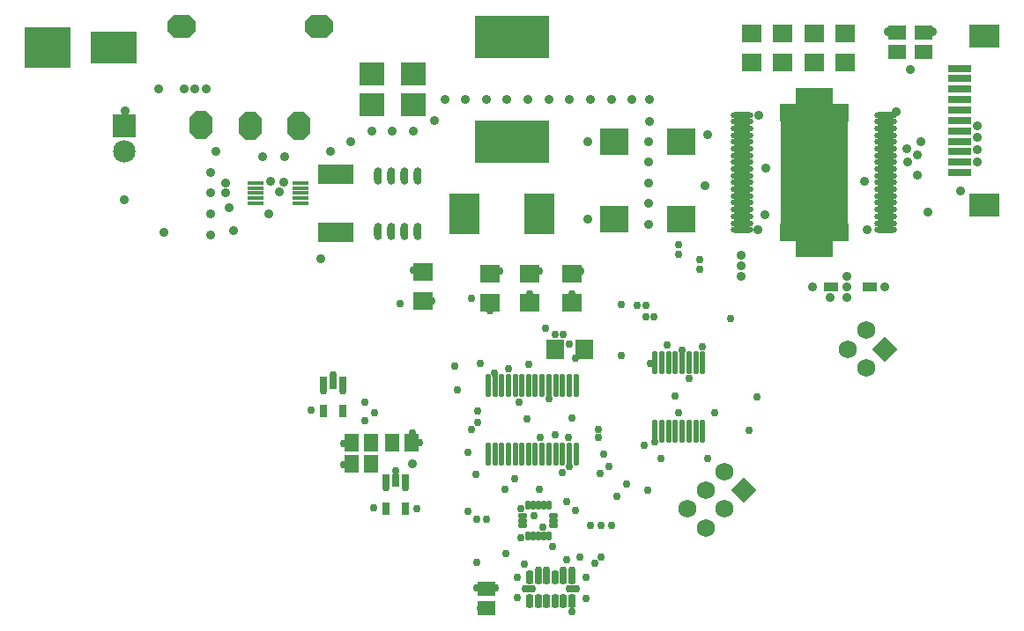
<source format=gts>
%FSTAX23Y23*%
%MOIN*%
%SFA1B1*%

%IPPOS*%
%AMD77*
4,1,8,0.003000,0.017500,-0.003000,0.017500,-0.009000,0.011500,-0.009000,-0.011500,-0.003000,-0.017500,0.003000,-0.017500,0.009000,-0.011500,0.009000,0.011500,0.003000,0.017500,0.0*
1,1,0.012000,0.003000,0.011500*
1,1,0.012000,-0.003000,0.011500*
1,1,0.012000,-0.003000,-0.011500*
1,1,0.012000,0.003000,-0.011500*
%
%AMD78*
4,1,8,-0.017500,0.003000,-0.017500,-0.003000,-0.011500,-0.009000,0.011500,-0.009000,0.017500,-0.003000,0.017500,0.003000,0.011500,0.009000,-0.011500,0.009000,-0.017500,0.003000,0.0*
1,1,0.012000,-0.011500,0.003000*
1,1,0.012000,-0.011500,-0.003000*
1,1,0.012000,0.011500,-0.003000*
1,1,0.012000,0.011500,0.003000*
%
%AMD79*
4,1,8,0.017500,0.014000,-0.017500,0.014000,-0.025500,0.006000,-0.025500,-0.006000,-0.017500,-0.014000,0.017500,-0.014000,0.025500,-0.006000,0.025500,0.006000,0.017500,0.014000,0.0*
1,1,0.016000,0.017500,0.006000*
1,1,0.016000,-0.017500,0.006000*
1,1,0.016000,-0.017500,-0.006000*
1,1,0.016000,0.017500,-0.006000*
%
%AMD80*
4,1,8,0.014000,-0.017500,0.014000,0.017500,0.006000,0.025500,-0.006000,0.025500,-0.014000,0.017500,-0.014000,-0.017500,-0.006000,-0.025500,0.006000,-0.025500,0.014000,-0.017500,0.0*
1,1,0.016000,0.006000,-0.017500*
1,1,0.016000,0.006000,0.017500*
1,1,0.016000,-0.006000,0.017500*
1,1,0.016000,-0.006000,-0.017500*
%
%AMD90*
4,1,8,0.042500,-0.030700,0.042500,0.030700,0.021200,0.052000,-0.021200,0.052000,-0.042500,0.030700,-0.042500,-0.030700,-0.021200,-0.052000,0.021200,-0.052000,0.042500,-0.030700,0.0*
%
%AMD91*
4,1,8,0.030700,0.042500,-0.030700,0.042500,-0.052000,0.021200,-0.052000,-0.021200,-0.030700,-0.042500,0.030700,-0.042500,0.052000,-0.021200,0.052000,0.021200,0.030700,0.042500,0.0*
%
%AMD95*
4,1,4,0.048400,0.000000,0.000000,0.048400,-0.048400,0.000000,0.000000,-0.048400,0.048400,0.000000,0.0*
%
%ADD52C,0.030000*%
%ADD61R,0.065000X0.065000*%
%ADD62R,0.140000X0.128000*%
%ADD63R,0.258000X0.400000*%
%ADD64O,0.085000X0.024000*%
%ADD65R,0.093000X0.085000*%
%ADD66R,0.173000X0.124000*%
%ADD67R,0.173000X0.156000*%
%ADD68R,0.057000X0.065000*%
%ADD69R,0.132000X0.077000*%
%ADD70R,0.077000X0.069000*%
%ADD71R,0.065000X0.057000*%
%ADD72R,0.116000X0.156000*%
%ADD73O,0.022000X0.091000*%
%ADD74O,0.022000X0.091000*%
%ADD75R,0.069000X0.077000*%
%ADD76R,0.030000X0.047000*%
G04~CAMADD=77~8~0.0~0.0~180.0~350.0~60.0~0.0~15~0.0~0.0~0.0~0.0~0~0.0~0.0~0.0~0.0~0~0.0~0.0~0.0~0.0~180.0~350.0*
%ADD77D77*%
G04~CAMADD=78~8~0.0~0.0~180.0~350.0~60.0~0.0~15~0.0~0.0~0.0~0.0~0~0.0~0.0~0.0~0.0~0~0.0~0.0~0.0~90.0~350.0~180.0*
%ADD78D78*%
G04~CAMADD=79~8~0.0~0.0~510.0~280.0~80.0~0.0~15~0.0~0.0~0.0~0.0~0~0.0~0.0~0.0~0.0~0~0.0~0.0~0.0~0.0~510.0~280.0*
%ADD79D79*%
G04~CAMADD=80~8~0.0~0.0~510.0~280.0~80.0~0.0~15~0.0~0.0~0.0~0.0~0~0.0~0.0~0.0~0.0~0~0.0~0.0~0.0~270.0~280.0~510.0*
%ADD80D80*%
%ADD81R,0.281000X0.163000*%
%ADD82R,0.061000X0.017000*%
%ADD83R,0.053000X0.033000*%
%ADD84R,0.108000X0.100000*%
%ADD85O,0.030000X0.065000*%
%ADD86R,0.116000X0.089000*%
%ADD87R,0.085000X0.030000*%
%ADD88R,0.085000X0.085000*%
%ADD89C,0.085000*%
G04~CAMADD=90~4~0.0~0.0~1040.0~850.0~0.0~212.5~0~0.0~0.0~0.0~0.0~0~0.0~0.0~0.0~0.0~0~0.0~0.0~0.0~270.0~850.0~1040.0*
%ADD90D90*%
G04~CAMADD=91~4~0.0~0.0~1040.0~850.0~0.0~212.5~0~0.0~0.0~0.0~0.0~0~0.0~0.0~0.0~0.0~0~0.0~0.0~0.0~0.0~1040.0~850.0*
%ADD91D91*%
%ADD92C,0.045000*%
%ADD93C,0.006000*%
%ADD94C,0.069000*%
G04~CAMADD=95~10~0.0~685.9~0.0~0.0~0.0~0.0~0~0.0~0.0~0.0~0.0~0~0.0~0.0~0.0~0.0~0~0.0~0.0~0.0~315.0~685.9~0.0*
%ADD95D95*%
%ADD96C,0.035000*%
%LNpendulum-1*%
%LPD*%
G54D52*
X02346Y01142D03*
X02319Y01177D03*
X0311Y01472D03*
X02272Y01669D03*
X02937Y01461D03*
X02921Y01705D03*
X02764D03*
X02614Y01642D03*
X02394Y01677D03*
X02323Y01795D03*
X02543Y01689D03*
X0248Y01433D03*
X02957Y01791D03*
X02799D03*
X0265D03*
X02059Y01059D03*
Y01138D03*
X02559Y0102D03*
X02335Y0089D03*
X0202Y01398D03*
X02256Y01035D03*
X02173Y00894D03*
X02291Y00972D03*
X0222D03*
X02055Y01339D03*
X01984D03*
X01937Y01264D03*
X02138Y01295D03*
X02177Y01256D03*
X02138Y01224D03*
X02669Y00965D03*
X02598Y0085D03*
X02728Y0089D03*
Y0078D03*
X02673Y0072D03*
X0278Y00866D03*
X03594Y01189D03*
X03209Y00961D03*
X03091Y00937D03*
X03071Y00827D03*
X03031D03*
Y00709D03*
X03008Y00685D03*
X02992Y00827D03*
X02953Y00709D03*
X02563Y0085D03*
X02543Y01193D03*
X03236Y01146D03*
X02528Y01106D03*
X03406Y01799D03*
Y01835D03*
X03327Y01854D03*
Y0189D03*
X03524Y0161D03*
X03232Y01618D03*
X03201D03*
Y01661D03*
X02913Y01516D03*
X0289Y01551D03*
X02858D03*
X02823Y01575D03*
X03169Y01661D03*
X0311Y01665D03*
X02724Y01295D03*
X02681Y01421D03*
X0276Y01437D03*
X02488Y01343D03*
X02795Y00657D03*
X02827D03*
X02921D03*
X0289D03*
X03024Y01193D03*
Y01161D03*
X02811Y00823D03*
X02858Y01173D03*
X02575Y01441D03*
X03622Y01315D03*
X03417Y01504D03*
X03366Y01386D03*
X03339Y01492D03*
X0322Y01441D03*
X03283Y01512D03*
X03311Y01319D03*
X03461Y01256D03*
X03325Y01254D03*
X03197Y0113D03*
X0326Y01083D03*
X03437D03*
X02705Y01004D03*
X02799Y00965D03*
X03043Y01098D03*
X02886Y01028D03*
X03028Y01024D03*
X02752Y01232D03*
X02909Y01161D03*
X02803D03*
X02913Y01051D03*
X0263Y01406D03*
X02835Y01307D03*
X02921Y01236D03*
X02567Y0126D03*
Y01217D03*
X0285Y00748D03*
X02563Y00689D03*
X02921Y005D03*
X02902Y00917D03*
X02937Y00886D03*
X02717Y00555D03*
Y0063D03*
X02976Y00551D03*
Y0063D03*
X02634Y00591D03*
X02563D03*
X0313Y00984D03*
X03063Y01051D03*
X02528Y00882D03*
X02744Y00681D03*
X02902Y00697D03*
X02575Y00516D03*
G54D61*
X03742Y01939D03*
X03935D03*
Y02392D03*
X03742D03*
G54D62*
X03839Y02423D03*
Y01907D03*
G54D63*
X03839Y02165D03*
G54D64*
X03567Y01948D03*
Y01973D03*
Y01999D03*
Y02076D03*
Y0205D03*
Y02025D03*
Y02178D03*
Y02204D03*
Y02229D03*
Y02153D03*
Y02127D03*
Y02101D03*
Y02332D03*
Y02357D03*
Y02383D03*
Y02306D03*
Y02281D03*
Y02255D03*
X0411D03*
Y02281D03*
Y02306D03*
Y02383D03*
Y02357D03*
Y02332D03*
Y02101D03*
Y02127D03*
Y02153D03*
Y02229D03*
Y02204D03*
Y02178D03*
Y02025D03*
Y0205D03*
Y02076D03*
Y01999D03*
Y01973D03*
Y01948D03*
G54D65*
X02165Y02421D03*
Y02539D03*
X02323D03*
Y02421D03*
G54D66*
X01188Y02638D03*
G54D67*
X00938Y02638D03*
G54D68*
X02089Y01142D03*
X02163D03*
Y01063D03*
X02089D03*
X02242Y01142D03*
X02317D03*
G54D69*
X02028Y01937D03*
Y02157D03*
G54D70*
X03602Y02693D03*
Y02583D03*
X0372Y02693D03*
Y02583D03*
X03839Y02693D03*
Y02583D03*
X03957Y02693D03*
Y02583D03*
X02358Y01677D03*
Y01787D03*
X02614Y01673D03*
Y01783D03*
X02764Y01673D03*
Y01783D03*
X02921Y01673D03*
Y01783D03*
G54D71*
X04154Y02695D03*
Y0262D03*
X04252Y02695D03*
Y0262D03*
X02598Y00589D03*
Y00514D03*
G54D72*
X02799Y02008D03*
X02516D03*
G54D73*
X03416Y01444D03*
X03391D03*
X03365D03*
X0334D03*
X03314D03*
X03288D03*
X03263D03*
X03237D03*
X03416Y01186D03*
X03391D03*
X03365D03*
X0334D03*
X03314D03*
X03288D03*
X03263D03*
X02861Y01357D03*
X02887D03*
X02912D03*
X02938D03*
X02861Y01099D03*
X02887D03*
X02912D03*
X02938D03*
X02836Y01357D03*
X0281D03*
X02784D03*
X02759D03*
X02733D03*
X02708D03*
X02682D03*
X02656D03*
X02631D03*
X02605D03*
X02836Y01099D03*
X0281D03*
X02784D03*
X02759D03*
X02733D03*
X02708D03*
X02682D03*
X02656D03*
X02631D03*
G54D74*
X03237Y01186D03*
X02605Y01099D03*
G54D75*
X02969Y01496D03*
X02858D03*
G54D76*
X02057Y01262D03*
X01982D03*
X02057Y01368D03*
X0202D03*
X01982D03*
X02293Y00892D03*
X02219D03*
X02293Y00998D03*
X02256D03*
X02219D03*
G54D77*
X02835Y00905D03*
X02815D03*
X02795D03*
X02776D03*
X02756D03*
Y00788D03*
X02776D03*
X02795D03*
X02815D03*
X02835D03*
G54D78*
X02853Y00846D03*
Y00866D03*
Y00827D03*
X02737D03*
Y00866D03*
Y00846D03*
G54D79*
X0276Y00587D03*
X02925D03*
G54D80*
X02921Y00543D03*
X0289D03*
X02858D03*
X02827D03*
X02795D03*
X02764D03*
Y0063D03*
X02795D03*
X02827D03*
X02858D03*
X0289D03*
X02921D03*
G54D81*
X02697Y02283D03*
Y02677D03*
G54D82*
X01727Y02126D03*
Y02106D03*
Y02087D03*
Y02047D03*
Y02067D03*
X01895D03*
Y02047D03*
Y02087D03*
Y02106D03*
Y02126D03*
G54D83*
X03904Y01732D03*
X04049D03*
G54D84*
X03335Y02283D03*
X03083D03*
X03335Y01988D03*
X03083D03*
G54D85*
X02339Y02153D03*
Y01941D03*
X02189D03*
X02239D03*
X02289D03*
Y02153D03*
X02239D03*
X02189D03*
G54D86*
X04484Y02041D03*
Y02683D03*
G54D87*
X0439Y02165D03*
Y02205D03*
Y02244D03*
Y02283D03*
Y02323D03*
Y02362D03*
Y02402D03*
Y02441D03*
Y0248D03*
Y0252D03*
Y02559D03*
G54D88*
X01228Y02343D03*
G54D89*
X01228Y02244D03*
G54D90*
X0189Y02343D03*
X01705D03*
X0152Y02346D03*
G54D91*
X01965Y02718D03*
X01445D03*
G54D92*
X0374Y02067D03*
X03789D03*
X03839D03*
X03888D03*
X03937D03*
X03789Y01969D03*
X03839D03*
X03888D03*
X0374Y02165D03*
X03789D03*
X03839D03*
X03888D03*
X03937D03*
X0374Y02264D03*
X03789D03*
X03839D03*
X03888D03*
X03937D03*
X03839Y02362D03*
X03789D03*
X03888D03*
G54D93*
X03189Y00689D03*
X02362D03*
X01307Y01732D03*
X04252D03*
G54D94*
X04035Y01567D03*
X03965Y01496D03*
X04035Y01425D03*
X035Y01031D03*
X03429Y00961D03*
X03359Y0089D03*
X03429Y00819D03*
X035Y0089D03*
G54D95*
X04106Y01496D03*
X03571Y00961D03*
G54D96*
X03831Y01732D03*
X01457Y0248D03*
X01496D03*
X01539D03*
X01972Y01839D03*
X04457Y02343D03*
X04287Y02697D03*
X04118D03*
X01378Y01937D03*
X01575Y02244D03*
X01555Y02165D03*
Y02008D03*
Y01929D03*
X01228Y02063D03*
X02087Y02283D03*
X02008Y02244D03*
X01835Y02224D03*
X01642Y01945D03*
X01776Y02008D03*
X01555Y02087D03*
X01358Y0248D03*
X01232Y02398D03*
X02402Y02362D03*
X01783Y0213D03*
X02244Y02323D03*
X02165D03*
X02323D03*
X02835Y02441D03*
X02756D03*
X02913D03*
X02441D03*
X02992D03*
X0252D03*
X02677D03*
X03071D03*
X0315D03*
X03217D03*
Y02358D03*
X02598Y02441D03*
X04268Y02016D03*
X03654Y02004D03*
X03961Y01693D03*
Y01732D03*
Y01772D03*
X03563D03*
Y01811D03*
Y0185D03*
X039Y01691D03*
X04039Y01949D03*
X02319Y01063D03*
X02984Y01988D03*
Y02283D03*
X04201Y02555D03*
X04189Y02256D03*
X04106Y01732D03*
X04028Y0213D03*
X03656Y02182D03*
X04192Y02204D03*
X03213Y02047D03*
Y02126D03*
Y02205D03*
X03425Y02114D03*
X03437Y02307D03*
X03627Y01948D03*
X03629Y02383D03*
X0415Y02394D03*
X03213Y02283D03*
Y01969D03*
X01626Y02031D03*
X01614Y02087D03*
Y02126D03*
X01833Y02128D03*
X01752Y02224D03*
X01815Y02091D03*
X04228Y02232D03*
X04457Y02299D03*
Y02205D03*
Y02252D03*
X04228Y02154D03*
X04244Y0228D03*
X04394Y02094D03*
M02*
</source>
